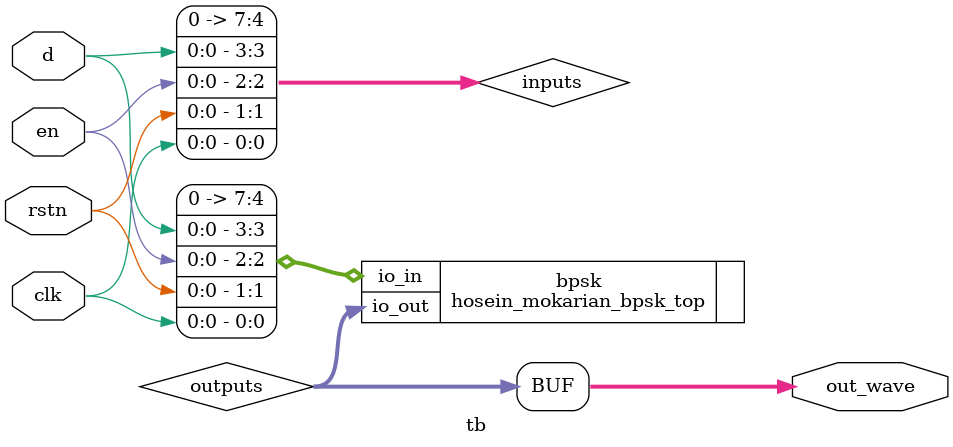
<source format=v>
`default_nettype none
`timescale 1ns/1ps

/*
this testbench just instantiates the module and makes some convenient wires
that can be driven / tested by the cocotb test.py
*/

module tb (
    // testbench is controlled by test.py
    input clk,
    input rstn,
	input en,
	input d,
    output [7:0] out_wave
   );

    // this part dumps the trace to a vcd file that can be viewed with GTKWave
    initial begin
        $dumpfile ("tb.vcd");
        $dumpvars (0, tb);
        #1;
    end

    // wire up the inputs and outputs
    wire [7:0] inputs = {4'b0, d, en, rstn, clk};
    wire [7:0] outputs;
    assign out_wave = outputs[7:0];

    // instantiate the DUT
    hosein_mokarian_bpsk_top bpsk(
        `ifdef GL_TEST
            .vccd1( 1'b1),
            .vssd1( 1'b0),
        `endif
        .io_in  (inputs),
        .io_out (outputs)
        );

endmodule

</source>
